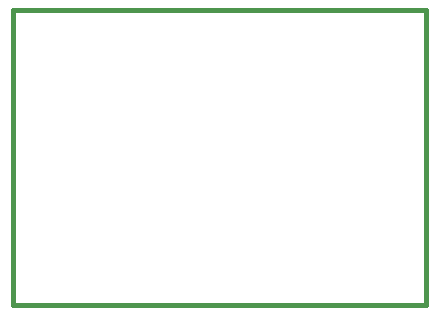
<source format=gko>
%FSLAX33Y33*%
%MOMM*%
%ADD10C,0.381*%
D10*
%LNpath-0*%
G01*
X0Y0D02*
X35000Y0D01*
X35000Y25000*
X0Y25000*
X0Y0*
%LNmechanical details_traces*%
M02*
</source>
